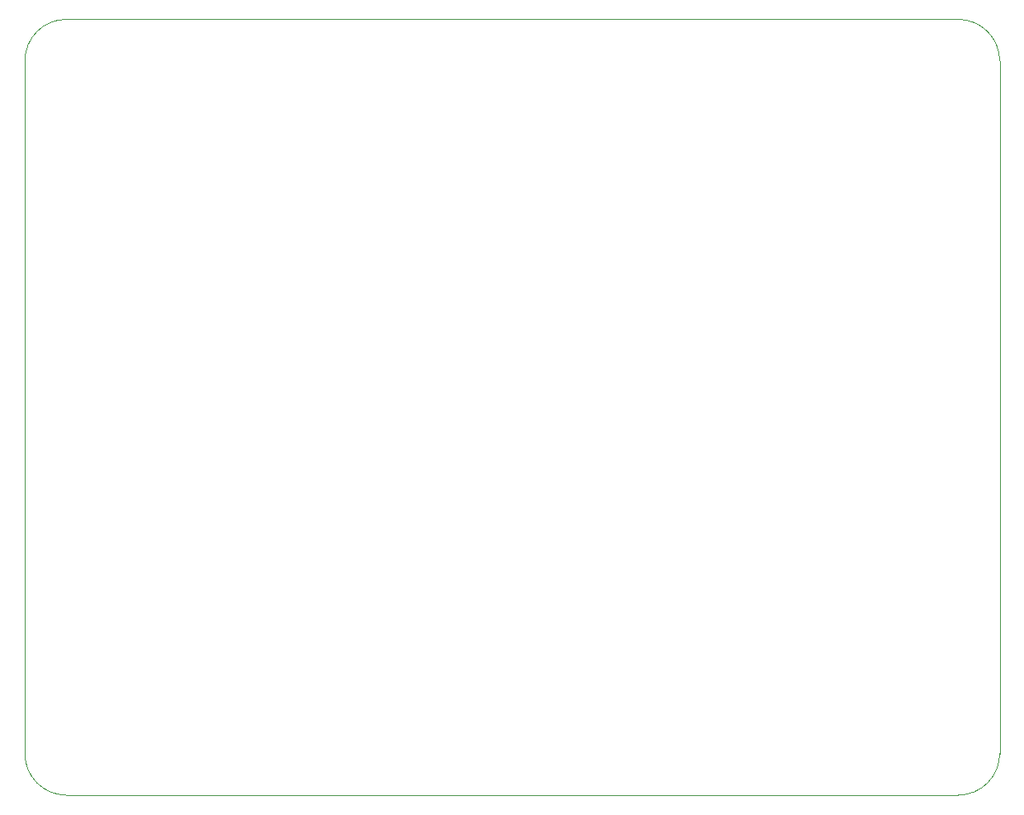
<source format=gbr>
%TF.GenerationSoftware,KiCad,Pcbnew,7.0.8*%
%TF.CreationDate,2024-01-07T19:19:44+01:00*%
%TF.ProjectId,16SegLed,31365365-674c-4656-942e-6b696361645f,rev?*%
%TF.SameCoordinates,Original*%
%TF.FileFunction,Profile,NP*%
%FSLAX46Y46*%
G04 Gerber Fmt 4.6, Leading zero omitted, Abs format (unit mm)*
G04 Created by KiCad (PCBNEW 7.0.8) date 2024-01-07 19:19:44*
%MOMM*%
%LPD*%
G01*
G04 APERTURE LIST*
%TA.AperFunction,Profile*%
%ADD10C,0.100000*%
%TD*%
G04 APERTURE END LIST*
D10*
X96520000Y6790000D02*
X5080000Y6790000D01*
X100770000Y2540000D02*
X100770000Y-68580000D01*
X830000Y-68580000D02*
G75*
G03*
X5080000Y-72830000I4250000J0D01*
G01*
X96520000Y-72830000D02*
X5080000Y-72830000D01*
X96520000Y-72830000D02*
G75*
G03*
X100770000Y-68580000I0J4250000D01*
G01*
X830000Y-68580000D02*
X830000Y2540000D01*
X5080000Y6790000D02*
G75*
G03*
X830000Y2540000I0J-4250000D01*
G01*
X100770000Y2540000D02*
G75*
G03*
X96520000Y6790000I-4250000J0D01*
G01*
M02*

</source>
